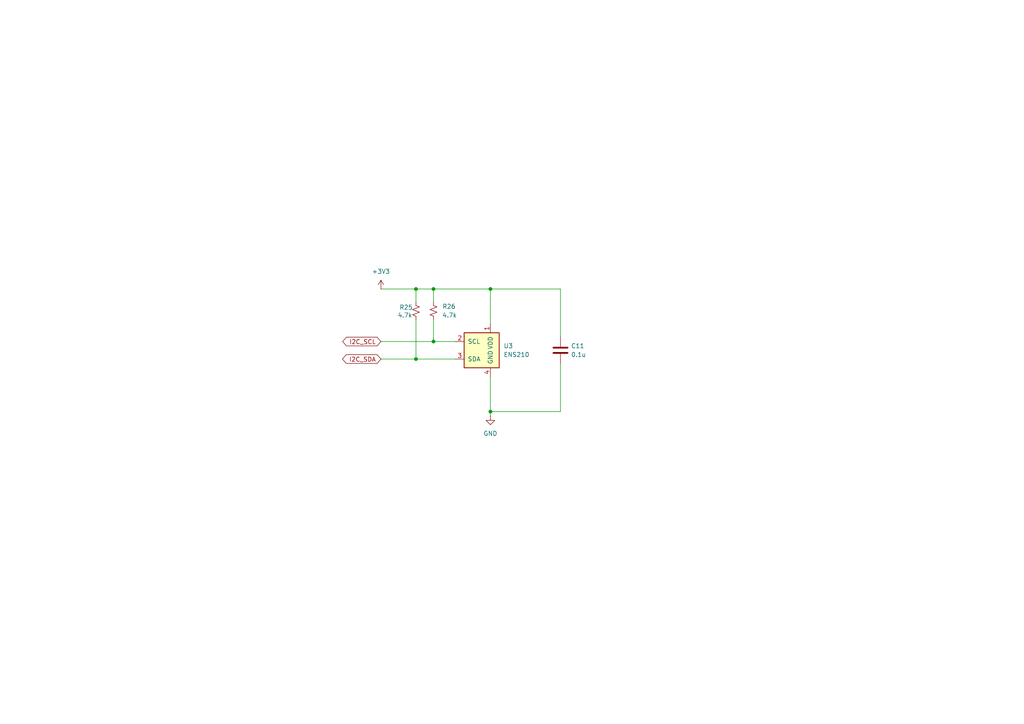
<source format=kicad_sch>
(kicad_sch (version 20250114) (generator "eeschema") (generator_version "9.0")
  (paper "A4")
  (lib_symbols
    (symbol "Device:C" (pin_numbers (hide yes)) (pin_names (offset 0.254))
      (property "Reference" "C" (at 0.635 2.54 0))
      (property "Value" "C" (at 0.635 -2.54 0))
      (symbol "C_0_1"
        (polyline (pts (xy -2.032 0.762) (xy 2.032 0.762)) (stroke (width 0.508)))
        (polyline (pts (xy -2.032 -0.762) (xy 2.032 -0.762)) (stroke (width 0.508)))
      )
      (symbol "C_1_1"
        (pin passive line (at 0 3.81 270) (length 2.794) (name "~") (number "1"))
        (pin passive line (at 0 -3.81 90) (length 2.794) (name "~") (number "2"))
      )
    )
    (symbol "Device:R_Small_US" (pin_numbers (hide yes)) (pin_names (offset 0.254) (hide yes))
      (property "Reference" "R" (at 0.762 0.508 0))
      (property "Value" "R_Small_US" (at 0.762 -1.016 0))
      (symbol "R_Small_US_1_1"
        (polyline (pts (xy 0 1.524) (xy 1.016 1.143) (xy 0 0.762) (xy -1.016 0.381) (xy 0 0)))
        (polyline (pts (xy 0 0) (xy 1.016 -0.381) (xy 0 -0.762) (xy -1.016 -1.143) (xy 0 -1.524)))
        (pin passive line (at 0 2.54 270) (length 1.016) (name "~") (number "1"))
        (pin passive line (at 0 -2.54 90) (length 1.016) (name "~") (number "2"))
      )
    )
    (symbol "Sensor_Humidity:ENS210" (pin_names (offset 1.016))
      (property "Reference" "U" (at -7.62 10.16 0))
      (property "Value" "ENS210" (at -7.62 7.62 0))
      (symbol "ENS210_0_1"
        (rectangle (start -5.08 5.08) (end 5.08 -5.08) (stroke (width 0.254)) (fill (type background)))
      )
      (symbol "ENS210_1_1"
        (pin input line (at -7.62 2.54 0) (length 2.54) (name "SCL") (number "2"))
        (pin bidirectional line (at -7.62 -2.54 0) (length 2.54) (name "SDA") (number "3"))
        (pin power_in line (at 2.54 7.62 270) (length 2.54) (name "VDD") (number "1"))
        (pin power_in line (at 2.54 -7.62 90) (length 2.54) (name "GND") (number "4"))
        (pin passive line (at 2.54 -7.62 90) (length 2.54) (hide yes) (name "GND") (number "5"))
      )
    )
    (symbol "power:+3V3" (power) (pin_numbers (hide yes)) (pin_names (offset 0) (hide yes))
      (property "Value" "+3V3" (at 0 3.556 0))
      (symbol "+3V3_0_1"
        (polyline (pts (xy -0.762 1.27) (xy 0 2.54)))
        (polyline (pts (xy 0 2.54) (xy 0.762 1.27)))
        (polyline (pts (xy 0 0) (xy 0 2.54)))
      )
      (symbol "+3V3_1_1"
        (pin power_in line (at 0 0 90) (length 0) (name "~") (number "1"))
      )
    )
    (symbol "power:GND" (power) (pin_numbers (hide yes)) (pin_names (offset 0) (hide yes))
      (property "Value" "GND" (at 0 -3.81 0))
      (symbol "GND_0_1"
        (polyline (pts (xy 0 0) (xy 0 -1.27) (xy 1.27 -1.27) (xy 0 -2.54) (xy -1.27 -1.27) (xy 0 -1.27)))
      )
      (symbol "GND_1_1"
        (pin power_in line (at 0 0 270) (length 0) (name "~") (number "1"))
      )
    )
  )
  (junction (at 120.65 104.14))
  (junction (at 125.73 99.06))
  (junction (at 142.24 119.38))
  (junction (at 142.24 83.82))
  (junction (at 125.73 83.82))
  (junction (at 120.65 83.82))
  (wire (pts (xy 125.73 99.06) (xy 132.08 99.06)))
  (wire (pts (xy 120.65 83.82) (xy 125.73 83.82)))
  (wire (pts (xy 162.56 119.38) (xy 142.24 119.38)))
  (wire (pts (xy 125.73 83.82) (xy 142.24 83.82)))
  (wire (pts (xy 110.49 104.14) (xy 120.65 104.14)))
  (wire (pts (xy 120.65 104.14) (xy 132.08 104.14)))
  (wire (pts (xy 120.65 83.82) (xy 120.65 87.63)))
  (wire (pts (xy 142.24 119.38) (xy 142.24 120.65)))
  (wire (pts (xy 162.56 105.41) (xy 162.56 119.38)))
  (wire (pts (xy 110.49 99.06) (xy 125.73 99.06)))
  (wire (pts (xy 125.73 83.82) (xy 125.73 87.63)))
  (wire (pts (xy 162.56 83.82) (xy 162.56 97.79)))
  (wire (pts (xy 142.24 83.82) (xy 162.56 83.82)))
  (wire (pts (xy 110.49 83.82) (xy 120.65 83.82)))
  (wire (pts (xy 142.24 83.82) (xy 142.24 93.98)))
  (wire (pts (xy 125.73 92.71) (xy 125.73 99.06)))
  (wire (pts (xy 142.24 109.22) (xy 142.24 119.38)))
  (wire (pts (xy 120.65 92.71) (xy 120.65 104.14)))
  (global_label "I2C_SCL" (shape bidirectional) (at 110.49 99.06 180) (property "Intersheetrefs" "${INTERSHEET_REFS}" (effects (hide yes))))
  (global_label "I2C_SDA" (shape bidirectional) (at 110.49 104.14 180) (property "Intersheetrefs" "${INTERSHEET_REFS}" (effects (hide yes))))
  (symbol (lib_id "Device:R_Small_US") (at 125.73 90.17 0) (unit 1)
    (property "Reference" "R26" (at 128.27 88.8999 0) (effects (justify left)))
    (property "Value" "4.7k" (at 128.27 91.4399 0) (effects (justify left)))
    (property "Datasheet" "https://www.digikey.com.br/pt/products/detail/yageo/RC0402JR-074K7L/726477" (effects (hide yes)))
    (property "Description" "Resistor, small US symbol" (effects (hide yes)))
  )
  (symbol (lib_id "power:GND") (at 142.24 120.65 0) (unit 1)
    (property "Reference" "#PWR071" (effects (hide yes)))
    (property "Value" "GND" (at 142.24 125.73 0))
    (property "Description" "Power symbol creates a global label with name \"GND\" , ground" (effects (hide yes)))
  )
  (symbol (lib_id "Device:C") (at 162.56 101.6 0) (unit 1)
    (property "Reference" "C11" (at 165.608 100.33 0) (effects (justify left)))
    (property "Value" "0.1u" (at 165.608 102.87 0) (effects (justify left)))
    (property "Datasheet" "https://www.digikey.com.br/pt/products/detail/samsung-electro-mechanics/CL05A104KA5NNNC/3886701" (effects (hide yes)))
    (property "Description" "Unpolarized capacitor" (effects (hide yes)))
  )
  (symbol (lib_id "Device:R_Small_US") (at 120.65 90.17 0) (unit 1)
    (property "Reference" "R25" (at 115.824 89.154 0) (effects (justify left)))
    (property "Value" "4.7k" (at 115.316 91.44 0) (effects (justify left)))
    (property "Datasheet" "https://www.digikey.com.br/pt/products/detail/yageo/RC0402JR-074K7L/726477" (effects (hide yes)))
    (property "Description" "Resistor, small US symbol" (effects (hide yes)))
  )
  (symbol (lib_id "power:+3V3") (at 110.49 83.82 0) (unit 1)
    (property "Reference" "#PWR072" (effects (hide yes)))
    (property "Value" "+3V3" (at 110.49 78.74 0))
    (property "Description" "Power symbol creates a global label with name \"+3V3\"" (effects (hide yes)))
  )
  (symbol (lib_id "Sensor_Humidity:ENS210") (at 139.7 101.6 0) (unit 1)
    (property "Reference" "U3" (at 146.05 100.3299 0) (effects (justify left)))
    (property "Value" "ENS210" (at 146.05 102.8699 0) (effects (justify left)))
    (property "Footprint" "Package_DFN_QFN:AMS_QFN-4-1EP_2x2mm_P0.95mm_EP0.7x1.6mm" (effects (hide yes)))
    (property "Datasheet" "https://www.digikey.com.br/pt/products/detail/sciosense/ens210-lqfm/6490747" (effects (hide yes)))
    (property "Description" "Relative Humidity and Temperature Sensor with I2C Interface" (effects (hide yes)))
  )
)
</source>
